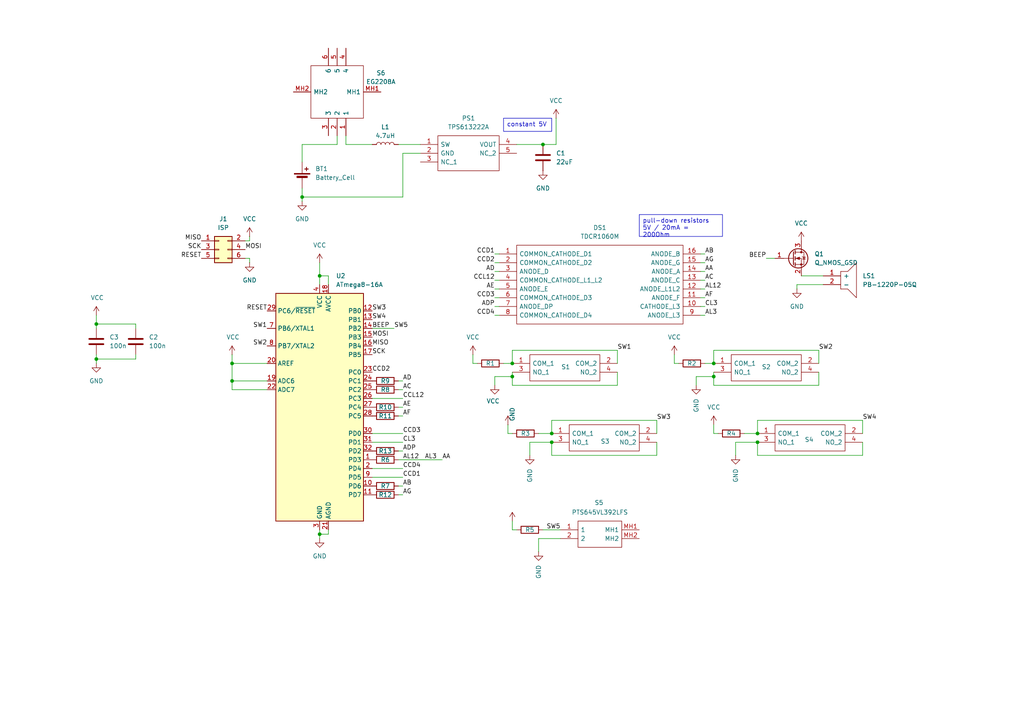
<source format=kicad_sch>
(kicad_sch (version 20231120) (generator "eeschema") (generator_version "8.0")
  (paper "A4")
  (title_block (title "The Universal Counter") (date "2024-09-20") (rev "1.0"))
  (lib_symbols
    (symbol "Connector_Generic:Conn_02x03_Odd_Even" (pin_names (offset 1.016) hide)
      (property "Reference" "J" (at 1.27 5.08 0))
      (property "Value" "Conn_02x03_Odd_Even" (at 1.27 -5.08 0))
      (symbol "Conn_02x03_Odd_Even_1_1"
        (rectangle (start -1.27 -2.413) (end 0 -2.667) (stroke (width 0.1524)))
        (rectangle (start -1.27 0.127) (end 0 -0.127) (stroke (width 0.1524)))
        (rectangle (start -1.27 2.667) (end 0 2.413) (stroke (width 0.1524)))
        (rectangle (start -1.27 3.81) (end 3.81 -3.81) (stroke (width 0.254)) (fill (type background)))
        (rectangle (start 3.81 -2.413) (end 2.54 -2.667) (stroke (width 0.1524)))
        (rectangle (start 3.81 0.127) (end 2.54 -0.127) (stroke (width 0.1524)))
        (rectangle (start 3.81 2.667) (end 2.54 2.413) (stroke (width 0.1524)))
        (pin passive line (at -5.08 2.54 0) (length 3.81) (name "Pin_1") (number "1"))
        (pin passive line (at 7.62 2.54 180) (length 3.81) (name "Pin_2") (number "2"))
        (pin passive line (at -5.08 0 0) (length 3.81) (name "Pin_3") (number "3"))
        (pin passive line (at 7.62 0 180) (length 3.81) (name "Pin_4") (number "4"))
        (pin passive line (at -5.08 -2.54 0) (length 3.81) (name "Pin_5") (number "5"))
        (pin passive line (at 7.62 -2.54 180) (length 3.81) (name "Pin_6") (number "6"))
      )
    )
    (symbol "Device:Battery_Cell" (pin_numbers hide) (pin_names (offset 0) hide)
      (property "Reference" "BT" (at 2.54 2.54 0))
      (property "Value" "Battery_Cell" (at 2.54 0 0))
      (symbol "Battery_Cell_0_1"
        (rectangle (start -2.286 1.778) (end 2.286 1.524) (fill (type outline)))
        (rectangle (start -1.524 1.016) (end 1.524 0.508) (fill (type outline)))
        (polyline (pts (xy 0 0.762) (xy 0 0)))
        (polyline (pts (xy 0 1.778) (xy 0 2.54)))
        (polyline (pts (xy 0.762 3.048) (xy 1.778 3.048)) (stroke (width 0.254)))
        (polyline (pts (xy 1.27 3.556) (xy 1.27 2.54)) (stroke (width 0.254)))
      )
      (symbol "Battery_Cell_1_1"
        (pin passive line (at 0 5.08 270) (length 2.54) (name "+") (number "1"))
        (pin passive line (at 0 -2.54 90) (length 2.54) (name "-") (number "2"))
      )
    )
    (symbol "Device:C" (pin_numbers hide) (pin_names (offset 0.254))
      (property "Reference" "C" (at 0.635 2.54 0))
      (property "Value" "C" (at 0.635 -2.54 0))
      (symbol "C_0_1"
        (polyline (pts (xy -2.032 -0.762) (xy 2.032 -0.762)) (stroke (width 0.508)))
        (polyline (pts (xy -2.032 0.762) (xy 2.032 0.762)) (stroke (width 0.508)))
      )
      (symbol "C_1_1"
        (pin passive line (at 0 3.81 270) (length 2.794) (name "~") (number "1"))
        (pin passive line (at 0 -3.81 90) (length 2.794) (name "~") (number "2"))
      )
    )
    (symbol "Device:L" (pin_numbers hide) (pin_names (offset 1.016) hide)
      (property "Reference" "L" (at -1.27 0 90))
      (property "Value" "L" (at 1.905 0 90))
      (symbol "L_0_1"
        (arc (start 0 -2.54) (mid 0.6323 -1.905) (end 0 -1.27))
        (arc (start 0 -1.27) (mid 0.6323 -0.635) (end 0 0))
        (arc (start 0 0) (mid 0.6323 0.635) (end 0 1.27))
        (arc (start 0 1.27) (mid 0.6323 1.905) (end 0 2.54))
      )
      (symbol "L_1_1"
        (pin passive line (at 0 3.81 270) (length 1.27) (name "1") (number "1"))
        (pin passive line (at 0 -3.81 90) (length 1.27) (name "2") (number "2"))
      )
    )
    (symbol "Device:Q_NMOS_GSD" (pin_names (offset 0) hide)
      (property "Reference" "Q" (at 5.08 1.27 0))
      (property "Value" "Q_NMOS_GSD" (at 5.08 -1.27 0))
      (symbol "Q_NMOS_GSD_0_1"
        (polyline (pts (xy 0.254 0) (xy -2.54 0)))
        (polyline (pts (xy 0.254 1.905) (xy 0.254 -1.905)) (stroke (width 0.254)))
        (polyline (pts (xy 0.762 -1.27) (xy 0.762 -2.286)) (stroke (width 0.254)))
        (polyline (pts (xy 0.762 0.508) (xy 0.762 -0.508)) (stroke (width 0.254)))
        (polyline (pts (xy 0.762 2.286) (xy 0.762 1.27)) (stroke (width 0.254)))
        (polyline (pts (xy 2.54 2.54) (xy 2.54 1.778)))
        (polyline (pts (xy 2.54 -2.54) (xy 2.54 0) (xy 0.762 0)))
        (polyline (pts (xy 0.762 -1.778) (xy 3.302 -1.778) (xy 3.302 1.778) (xy 0.762 1.778)))
        (polyline (pts (xy 1.016 0) (xy 2.032 0.381) (xy 2.032 -0.381) (xy 1.016 0)) (fill (type outline)))
        (polyline (pts (xy 2.794 0.508) (xy 2.921 0.381) (xy 3.683 0.381) (xy 3.81 0.254)))
        (polyline (pts (xy 3.302 0.381) (xy 2.921 -0.254) (xy 3.683 -0.254) (xy 3.302 0.381)))
        (circle (center 1.651 0) (radius 2.794) (stroke (width 0.254)))
        (circle (center 2.54 -1.778) (radius 0.254) (fill (type outline)))
        (circle (center 2.54 1.778) (radius 0.254) (fill (type outline)))
      )
      (symbol "Q_NMOS_GSD_1_1"
        (pin input line (at -5.08 0 0) (length 2.54) (name "G") (number "1"))
        (pin passive line (at 2.54 -5.08 90) (length 2.54) (name "S") (number "2"))
        (pin passive line (at 2.54 5.08 270) (length 2.54) (name "D") (number "3"))
      )
    )
    (symbol "Device:R" (pin_numbers hide) (pin_names (offset 0))
      (property "Reference" "R" (at 2.032 0 90))
      (property "Value" "R" (at 0 0 90))
      (symbol "R_0_1"
        (rectangle (start -1.016 -2.54) (end 1.016 2.54) (stroke (width 0.254)))
      )
      (symbol "R_1_1"
        (pin passive line (at 0 3.81 270) (length 1.27) (name "~") (number "1"))
        (pin passive line (at 0 -3.81 90) (length 1.27) (name "~") (number "2"))
      )
    )
    (symbol "MCU_Microchip_ATmega:ATmega8-16A"
      (property "Reference" "U" (at -12.7 34.29 0))
      (property "Value" "ATmega8-16A" (at 5.08 -34.29 0))
      (symbol "ATmega8-16A_0_1"
        (rectangle (start -12.7 -33.02) (end 12.7 33.02) (stroke (width 0.254)) (fill (type background)))
      )
      (symbol "ATmega8-16A_1_1"
        (pin bidirectional line (at 15.24 -15.24 180) (length 2.54) (name "PD3") (number "1"))
        (pin bidirectional line (at 15.24 -22.86 180) (length 2.54) (name "PD6") (number "10"))
        (pin bidirectional line (at 15.24 -25.4 180) (length 2.54) (name "PD7") (number "11"))
        (pin bidirectional line (at 15.24 27.94 180) (length 2.54) (name "PB0") (number "12"))
        (pin bidirectional line (at 15.24 25.4 180) (length 2.54) (name "PB1") (number "13"))
        (pin bidirectional line (at 15.24 22.86 180) (length 2.54) (name "PB2") (number "14"))
        (pin bidirectional line (at 15.24 20.32 180) (length 2.54) (name "PB3") (number "15"))
        (pin bidirectional line (at 15.24 17.78 180) (length 2.54) (name "PB4") (number "16"))
        (pin bidirectional line (at 15.24 15.24 180) (length 2.54) (name "PB5") (number "17"))
        (pin power_in line (at 2.54 35.56 270) (length 2.54) (name "AVCC") (number "18"))
        (pin input line (at -15.24 7.62 0) (length 2.54) (name "ADC6") (number "19"))
        (pin bidirectional line (at 15.24 -17.78 180) (length 2.54) (name "PD4") (number "2"))
        (pin passive line (at -15.24 12.7 0) (length 2.54) (name "AREF") (number "20"))
        (pin power_in line (at 2.54 -35.56 90) (length 2.54) (name "AGND") (number "21"))
        (pin input line (at -15.24 5.08 0) (length 2.54) (name "ADC7") (number "22"))
        (pin bidirectional line (at 15.24 10.16 180) (length 2.54) (name "PC0") (number "23"))
        (pin bidirectional line (at 15.24 7.62 180) (length 2.54) (name "PC1") (number "24"))
        (pin bidirectional line (at 15.24 5.08 180) (length 2.54) (name "PC2") (number "25"))
        (pin bidirectional line (at 15.24 2.54 180) (length 2.54) (name "PC3") (number "26"))
        (pin bidirectional line (at 15.24 0 180) (length 2.54) (name "PC4") (number "27"))
        (pin bidirectional line (at 15.24 -2.54 180) (length 2.54) (name "PC5") (number "28"))
        (pin bidirectional line (at -15.24 27.94 0) (length 2.54) (name "PC6/~{RESET}") (number "29"))
        (pin power_in line (at 0 -35.56 90) (length 2.54) (name "GND") (number "3"))
        (pin bidirectional line (at 15.24 -7.62 180) (length 2.54) (name "PD0") (number "30"))
        (pin bidirectional line (at 15.24 -10.16 180) (length 2.54) (name "PD1") (number "31"))
        (pin bidirectional line (at 15.24 -12.7 180) (length 2.54) (name "PD2") (number "32"))
        (pin power_in line (at 0 35.56 270) (length 2.54) (name "VCC") (number "4"))
        (pin passive line (at 0 -35.56 90) (length 2.54) hide (name "GND") (number "5"))
        (pin passive line (at 0 35.56 270) (length 2.54) hide (name "VCC") (number "6"))
        (pin bidirectional line (at -15.24 22.86 0) (length 2.54) (name "PB6/XTAL1") (number "7"))
        (pin bidirectional line (at -15.24 17.78 0) (length 2.54) (name "PB7/XTAL2") (number "8"))
        (pin bidirectional line (at 15.24 -20.32 180) (length 2.54) (name "PD5") (number "9"))
      )
    )
    (symbol "MyLibrary:EG2208A" (pin_names (offset 0.762))
      (property "Reference" "S" (at 21.59 12.7 0))
      (property "Value" "EG2208A" (at 21.59 10.16 0))
      (symbol "EG2208A_0_0"
        (pin passive line (at 10.16 12.7 270) (length 5.08) (name "1") (number "1"))
        (pin passive line (at 12.7 12.7 270) (length 5.08) (name "2") (number "2"))
        (pin passive line (at 15.24 12.7 270) (length 5.08) (name "3") (number "3"))
        (pin passive line (at 10.16 -12.7 90) (length 5.08) (name "4") (number "4"))
        (pin passive line (at 12.7 -12.7 90) (length 5.08) (name "5") (number "5"))
        (pin passive line (at 15.24 -12.7 90) (length 5.08) (name "6") (number "6"))
        (pin passive line (at 0 0 0) (length 5.08) (name "MH1") (number "MH1"))
        (pin passive line (at 25.4 0 180) (length 5.08) (name "MH2") (number "MH2"))
      )
      (symbol "EG2208A_0_1"
        (polyline (pts (xy 5.08 7.62) (xy 20.32 7.62) (xy 20.32 -7.62) (xy 5.08 -7.62) (xy 5.08 7.62)) (stroke (width 0.1524)))
      )
    )
    (symbol "MyLibrary:FSM6JH" (pin_names (offset 0.762))
      (property "Reference" "S" (at 26.67 7.62 0))
      (property "Value" "FSM6JH" (at 26.67 5.08 0))
      (symbol "FSM6JH_0_0"
        (pin passive line (at 30.48 -2.54 180) (length 5.08) (name "COM_1") (number "1"))
        (pin passive line (at 0 -2.54 0) (length 5.08) (name "COM_2") (number "2"))
        (pin passive line (at 30.48 0 180) (length 5.08) (name "NO_1") (number "3"))
        (pin passive line (at 0 0 0) (length 5.08) (name "NO_2") (number "4"))
      )
      (symbol "FSM6JH_0_1"
        (polyline (pts (xy 5.08 2.54) (xy 25.4 2.54) (xy 25.4 -5.08) (xy 5.08 -5.08) (xy 5.08 2.54)) (stroke (width 0.1524)))
      )
    )
    (symbol "MyLibrary:PB-1220P-05Q" (pin_names (offset 0.762))
      (property "Reference" "LS" (at 11.43 0 0))
      (property "Value" "PB-1220P-05Q" (at 11.43 -2.54 0))
      (symbol "PB-1220P-05Q_0_0"
        (pin passive line (at 0 0 0) (length 5.08) (name "+") (number "1"))
        (pin passive line (at 0 -2.54 0) (length 5.08) (name "-") (number "2"))
      )
      (symbol "PB-1220P-05Q_0_1"
        (polyline (pts (xy 5.08 1.27) (xy 5.08 -3.81)) (stroke (width 0.1524)))
        (polyline (pts (xy 5.08 1.27) (xy 7.112 1.27) (xy 9.652 3.81) (xy 9.652 -6.35) (xy 7.112 -3.81) (xy 5.08 -3.81)) (stroke (width 0.1524)))
      )
    )
    (symbol "MyLibrary:PTS645VL392LFS" (pin_names (offset 0.762))
      (property "Reference" "S" (at 19.05 7.62 0))
      (property "Value" "PTS645VL392LFS" (at 19.05 5.08 0))
      (symbol "PTS645VL392LFS_0_0"
        (pin passive line (at 0 0 0) (length 5.08) (name "1") (number "1"))
        (pin passive line (at 0 -2.54 0) (length 5.08) (name "2") (number "2"))
        (pin passive line (at 22.86 0 180) (length 5.08) (name "MH1") (number "MH1"))
        (pin passive line (at 22.86 -2.54 180) (length 5.08) (name "MH2") (number "MH2"))
      )
      (symbol "PTS645VL392LFS_0_1"
        (polyline (pts (xy 5.08 2.54) (xy 17.78 2.54) (xy 17.78 -5.08) (xy 5.08 -5.08) (xy 5.08 2.54)) (stroke (width 0.1524)))
      )
    )
    (symbol "MyLibrary:TDCR1060M" (pin_names (offset 0.762))
      (property "Reference" "DS" (at 54.61 7.62 0))
      (property "Value" "TDCR1060M" (at 54.61 5.08 0))
      (symbol "TDCR1060M_0_0"
        (pin passive line (at 0 0 0) (length 5.08) (name "COMMON_CATHODE_D1") (number "1"))
        (pin passive line (at 58.42 -15.24 180) (length 5.08) (name "CATHODE_L3") (number "10"))
        (pin passive line (at 58.42 -12.7 180) (length 5.08) (name "ANODE_F") (number "11"))
        (pin passive line (at 58.42 -10.16 180) (length 5.08) (name "ANODE_L1L2") (number "12"))
        (pin passive line (at 58.42 -7.62 180) (length 5.08) (name "ANODE_C") (number "13"))
        (pin passive line (at 58.42 -5.08 180) (length 5.08) (name "ANODE_A") (number "14"))
        (pin passive line (at 58.42 -2.54 180) (length 5.08) (name "ANODE_G") (number "15"))
        (pin passive line (at 58.42 0 180) (length 5.08) (name "ANODE_B") (number "16"))
        (pin passive line (at 0 -2.54 0) (length 5.08) (name "COMMON_CATHODE_D2") (number "2"))
        (pin passive line (at 0 -5.08 0) (length 5.08) (name "ANODE_D") (number "3"))
        (pin passive line (at 0 -7.62 0) (length 5.08) (name "COMMON_CATHODE_L1_L2") (number "4"))
        (pin passive line (at 0 -10.16 0) (length 5.08) (name "ANODE_E") (number "5"))
        (pin passive line (at 0 -12.7 0) (length 5.08) (name "COMMON_CATHODE_D3") (number "6"))
        (pin passive line (at 0 -15.24 0) (length 5.08) (name "ANODE_DP") (number "7"))
        (pin passive line (at 0 -17.78 0) (length 5.08) (name "COMMON_CATHODE_D4") (number "8"))
        (pin passive line (at 58.42 -17.78 180) (length 5.08) (name "ANODE_L3") (number "9"))
      )
      (symbol "TDCR1060M_0_1"
        (polyline (pts (xy 5.08 2.54) (xy 53.34 2.54) (xy 53.34 -20.32) (xy 5.08 -20.32) (xy 5.08 2.54)) (stroke (width 0.1524)))
      )
    )
    (symbol "MyLibrary:TPS613221ADBVR" (pin_names (offset 0.762))
      (property "Reference" "PS" (at 24.13 7.62 0))
      (property "Value" "TPS613221ADBVR" (at 24.13 5.08 0))
      (symbol "TPS613221ADBVR_0_0"
        (pin input line (at 0 0 0) (length 5.08) (name "SW") (number "1"))
        (pin power_in line (at 0 -2.54 0) (length 5.08) (name "GND") (number "2"))
        (pin passive line (at 0 -5.08 0) (length 5.08) (name "NC_1") (number "3"))
        (pin output line (at 27.94 0 180) (length 5.08) (name "VOUT") (number "4"))
        (pin passive line (at 27.94 -2.54 180) (length 5.08) (name "NC_2") (number "5"))
      )
      (symbol "TPS613221ADBVR_0_1"
        (polyline (pts (xy 5.08 2.54) (xy 22.86 2.54) (xy 22.86 -7.62) (xy 5.08 -7.62) (xy 5.08 2.54)) (stroke (width 0.1524)))
      )
    )
    (symbol "power:GND" (power) (pin_numbers hide) (pin_names (offset 0) hide)
      (property "Value" "GND" (at 0 -3.81 0))
      (symbol "GND_0_1"
        (polyline (pts (xy 0 0) (xy 0 -1.27) (xy 1.27 -1.27) (xy 0 -2.54) (xy -1.27 -1.27) (xy 0 -1.27)))
      )
      (symbol "GND_1_1"
        (pin power_in line (at 0 0 270) (length 0) (name "~") (number "1"))
      )
    )
    (symbol "power:VCC" (power) (pin_numbers hide) (pin_names (offset 0) hide)
      (property "Value" "VCC" (at 0 3.556 0))
      (symbol "VCC_0_1"
        (polyline (pts (xy -0.762 1.27) (xy 0 2.54)))
        (polyline (pts (xy 0 0) (xy 0 2.54)))
        (polyline (pts (xy 0 2.54) (xy 0.762 1.27)))
      )
      (symbol "VCC_1_1"
        (pin power_in line (at 0 0 90) (length 0) (name "~") (number "1"))
      )
    )
  )
  (junction (at 207.01 105.41))
  (junction (at 148.59 105.41))
  (junction (at 87.63 57.15))
  (junction (at 67.31 110.49))
  (junction (at 92.71 154.94))
  (junction (at 160.02 125.73))
  (junction (at 219.71 128.27))
  (junction (at 92.71 80.01))
  (junction (at 207.01 109.22))
  (junction (at 27.94 104.14))
  (junction (at 148.59 109.22))
  (junction (at 160.02 128.27))
  (junction (at 219.71 125.73))
  (junction (at 27.94 93.98))
  (junction (at 157.48 41.91))
  (junction (at 67.31 105.41))
  (wire (pts (xy 116.84 44.45) (xy 121.92 44.45)))
  (wire (pts (xy 143.51 91.44) (xy 144.78 91.44)))
  (wire (pts (xy 97.79 41.91) (xy 97.79 39.37)))
  (wire (pts (xy 213.36 128.27) (xy 213.36 132.08)))
  (wire (pts (xy 156.21 156.21) (xy 162.56 156.21)))
  (wire (pts (xy 116.84 138.43) (xy 107.95 138.43)))
  (wire (pts (xy 204.47 73.66) (xy 203.2 73.66)))
  (wire (pts (xy 147.32 123.19) (xy 147.32 125.73)))
  (wire (pts (xy 92.71 76.2) (xy 92.71 80.01)))
  (wire (pts (xy 219.71 125.73) (xy 219.71 121.92)))
  (wire (pts (xy 195.58 102.87) (xy 195.58 105.41)))
  (wire (pts (xy 219.71 132.08) (xy 219.71 128.27)))
  (wire (pts (xy 27.94 91.44) (xy 27.94 93.98)))
  (wire (pts (xy 143.51 83.82) (xy 144.78 83.82)))
  (wire (pts (xy 160.02 121.92) (xy 160.02 125.73)))
  (wire (pts (xy 92.71 154.94) (xy 92.71 153.67)))
  (wire (pts (xy 207.01 101.6) (xy 237.49 101.6)))
  (wire (pts (xy 115.57 143.51) (xy 116.84 143.51)))
  (wire (pts (xy 146.05 105.41) (xy 148.59 105.41)))
  (wire (pts (xy 92.71 80.01) (xy 95.25 80.01)))
  (wire (pts (xy 100.33 41.91) (xy 107.95 41.91)))
  (wire (pts (xy 115.57 118.11) (xy 116.84 118.11)))
  (wire (pts (xy 116.84 115.57) (xy 107.95 115.57)))
  (wire (pts (xy 222.25 74.93) (xy 224.79 74.93)))
  (wire (pts (xy 204.47 81.28) (xy 203.2 81.28)))
  (wire (pts (xy 115.57 120.65) (xy 116.84 120.65)))
  (wire (pts (xy 39.37 104.14) (xy 39.37 102.87)))
  (wire (pts (xy 148.59 111.76) (xy 179.07 111.76)))
  (wire (pts (xy 148.59 109.22) (xy 148.59 111.76)))
  (wire (pts (xy 143.51 88.9) (xy 144.78 88.9)))
  (wire (pts (xy 207.01 111.76) (xy 207.01 109.22)))
  (wire (pts (xy 238.76 80.01) (xy 232.41 80.01)))
  (wire (pts (xy 190.5 121.92) (xy 160.02 121.92)))
  (wire (pts (xy 27.94 105.41) (xy 27.94 104.14)))
  (wire (pts (xy 148.59 153.67) (xy 149.86 153.67)))
  (wire (pts (xy 92.71 156.21) (xy 92.71 154.94)))
  (wire (pts (xy 67.31 110.49) (xy 77.47 110.49)))
  (wire (pts (xy 215.9 125.73) (xy 219.71 125.73)))
  (wire (pts (xy 160.02 128.27) (xy 160.02 132.08)))
  (wire (pts (xy 153.67 128.27) (xy 160.02 128.27)))
  (wire (pts (xy 143.51 73.66) (xy 144.78 73.66)))
  (wire (pts (xy 87.63 54.61) (xy 87.63 57.15)))
  (wire (pts (xy 231.14 83.82) (xy 231.14 82.55)))
  (wire (pts (xy 207.01 109.22) (xy 207.01 107.95)))
  (wire (pts (xy 204.47 91.44) (xy 203.2 91.44)))
  (wire (pts (xy 204.47 88.9) (xy 203.2 88.9)))
  (wire (pts (xy 148.59 151.13) (xy 148.59 153.67)))
  (wire (pts (xy 195.58 105.41) (xy 196.85 105.41)))
  (wire (pts (xy 67.31 113.03) (xy 67.31 110.49)))
  (wire (pts (xy 204.47 86.36) (xy 203.2 86.36)))
  (wire (pts (xy 219.71 121.92) (xy 250.19 121.92)))
  (wire (pts (xy 237.49 101.6) (xy 237.49 105.41)))
  (wire (pts (xy 157.48 153.67) (xy 162.56 153.67)))
  (wire (pts (xy 87.63 57.15) (xy 116.84 57.15)))
  (wire (pts (xy 27.94 104.14) (xy 27.94 102.87)))
  (wire (pts (xy 115.57 110.49) (xy 116.84 110.49)))
  (wire (pts (xy 95.25 80.01) (xy 95.25 82.55)))
  (wire (pts (xy 137.16 102.87) (xy 137.16 105.41)))
  (wire (pts (xy 67.31 105.41) (xy 67.31 110.49)))
  (wire (pts (xy 204.47 76.2) (xy 203.2 76.2)))
  (wire (pts (xy 95.25 153.67) (xy 95.25 154.94)))
  (wire (pts (xy 201.93 109.22) (xy 207.01 109.22)))
  (wire (pts (xy 250.19 128.27) (xy 250.19 132.08)))
  (wire (pts (xy 179.07 101.6) (xy 148.59 101.6)))
  (wire (pts (xy 77.47 113.03) (xy 67.31 113.03)))
  (wire (pts (xy 250.19 121.92) (xy 250.19 125.73)))
  (wire (pts (xy 107.95 128.27) (xy 116.84 128.27)))
  (wire (pts (xy 147.32 125.73) (xy 148.59 125.73)))
  (wire (pts (xy 92.71 80.01) (xy 92.71 82.55)))
  (wire (pts (xy 100.33 41.91) (xy 100.33 39.37)))
  (wire (pts (xy 179.07 105.41) (xy 179.07 101.6)))
  (wire (pts (xy 115.57 130.81) (xy 116.84 130.81)))
  (wire (pts (xy 115.57 41.91) (xy 121.92 41.91)))
  (wire (pts (xy 72.39 69.85) (xy 72.39 68.58)))
  (wire (pts (xy 39.37 95.25) (xy 39.37 93.98)))
  (wire (pts (xy 27.94 93.98) (xy 27.94 95.25)))
  (wire (pts (xy 72.39 76.2) (xy 72.39 74.93)))
  (wire (pts (xy 143.51 109.22) (xy 143.51 111.76)))
  (wire (pts (xy 95.25 154.94) (xy 92.71 154.94)))
  (wire (pts (xy 190.5 132.08) (xy 190.5 128.27)))
  (wire (pts (xy 204.47 105.41) (xy 207.01 105.41)))
  (wire (pts (xy 107.95 95.25) (xy 114.3 95.25)))
  (wire (pts (xy 149.86 41.91) (xy 157.48 41.91)))
  (wire (pts (xy 87.63 57.15) (xy 87.63 58.42)))
  (wire (pts (xy 143.51 86.36) (xy 144.78 86.36)))
  (wire (pts (xy 207.01 105.41) (xy 207.01 101.6)))
  (wire (pts (xy 160.02 132.08) (xy 190.5 132.08)))
  (wire (pts (xy 87.63 41.91) (xy 87.63 46.99)))
  (wire (pts (xy 207.01 125.73) (xy 208.28 125.73)))
  (wire (pts (xy 156.21 125.73) (xy 160.02 125.73)))
  (wire (pts (xy 148.59 101.6) (xy 148.59 105.41)))
  (wire (pts (xy 179.07 107.95) (xy 179.07 111.76)))
  (wire (pts (xy 207.01 123.19) (xy 207.01 125.73)))
  (wire (pts (xy 72.39 74.93) (xy 71.12 74.93)))
  (wire (pts (xy 143.51 81.28) (xy 144.78 81.28)))
  (wire (pts (xy 153.67 128.27) (xy 153.67 132.08)))
  (wire (pts (xy 143.51 78.74) (xy 144.78 78.74)))
  (wire (pts (xy 143.51 109.22) (xy 148.59 109.22)))
  (wire (pts (xy 201.93 109.22) (xy 201.93 111.76)))
  (wire (pts (xy 116.84 135.89) (xy 107.95 135.89)))
  (wire (pts (xy 67.31 102.87) (xy 67.31 105.41)))
  (wire (pts (xy 67.31 105.41) (xy 77.47 105.41)))
  (wire (pts (xy 231.14 82.55) (xy 238.76 82.55)))
  (wire (pts (xy 204.47 78.74) (xy 203.2 78.74)))
  (wire (pts (xy 115.57 113.03) (xy 116.84 113.03)))
  (wire (pts (xy 157.48 41.91) (xy 161.29 41.91)))
  (wire (pts (xy 116.84 57.15) (xy 116.84 44.45)))
  (wire (pts (xy 204.47 83.82) (xy 203.2 83.82)))
  (wire (pts (xy 161.29 34.29) (xy 161.29 41.91)))
  (wire (pts (xy 107.95 125.73) (xy 116.84 125.73)))
  (wire (pts (xy 27.94 93.98) (xy 39.37 93.98)))
  (wire (pts (xy 148.59 107.95) (xy 148.59 109.22)))
  (wire (pts (xy 115.57 140.97) (xy 116.84 140.97)))
  (wire (pts (xy 190.5 125.73) (xy 190.5 121.92)))
  (wire (pts (xy 156.21 156.21) (xy 156.21 160.02)))
  (wire (pts (xy 213.36 128.27) (xy 219.71 128.27)))
  (wire (pts (xy 71.12 69.85) (xy 72.39 69.85)))
  (wire (pts (xy 87.63 41.91) (xy 97.79 41.91)))
  (wire (pts (xy 237.49 111.76) (xy 207.01 111.76)))
  (wire (pts (xy 137.16 105.41) (xy 138.43 105.41)))
  (wire (pts (xy 143.51 76.2) (xy 144.78 76.2)))
  (wire (pts (xy 250.19 132.08) (xy 219.71 132.08)))
  (wire (pts (xy 115.57 133.35) (xy 128.27 133.35)))
  (wire (pts (xy 237.49 107.95) (xy 237.49 111.76)))
  (wire (pts (xy 27.94 104.14) (xy 39.37 104.14)))
  (text_box "constant 5V" (at 146.05 34.29 0) (size 13.97 3.81) (effects (font (size 1.27 1.27)) (justify left top)))
  (text_box "pull-down resistors\n5V / 20mA = 200Ohm\n" (at 185.42 62.23 0) (size 24.13 6.35) (effects (font (size 1.27 1.27)) (justify left top)))
  (label "AA" (at 204.47 78.74 0))
  (label "AL3" (at 204.47 91.44 0))
  (label "SW2" (at 237.49 101.6 0))
  (label "SW5" (at 162.56 153.67 180))
  (label "SCK" (at 107.95 102.87 0))
  (label "SW4" (at 250.19 121.92 0))
  (label "AA" (at 128.27 133.35 0))
  (label "CCD2" (at 143.51 76.2 180))
  (label "AE" (at 116.84 118.11 0))
  (label "SW1" (at 77.47 95.25 180))
  (label "SW3" (at 107.95 90.17 0))
  (label "RESET" (at 58.42 74.93 180))
  (label "AE" (at 143.51 83.82 180))
  (label "AL12" (at 116.84 133.35 0))
  (label "CCL12" (at 143.51 81.28 180))
  (label "CL3" (at 116.84 128.27 0))
  (label "BEEP" (at 107.95 95.25 0))
  (label "SCK" (at 58.42 72.39 180))
  (label "AL3" (at 123.19 133.35 0))
  (label "AB" (at 116.84 140.97 0))
  (label "MISO" (at 107.95 100.33 0))
  (label "BEEP" (at 222.25 74.93 180))
  (label "SW1" (at 179.07 101.6 0))
  (label "AD" (at 143.51 78.74 180))
  (label "AC" (at 116.84 113.03 0))
  (label "AF" (at 204.47 86.36 0))
  (label "AG" (at 204.47 76.2 0))
  (label "AL12" (at 204.47 83.82 0))
  (label "RESET" (at 77.47 90.17 180))
  (label "CCD2" (at 107.95 107.95 0))
  (label "AG" (at 116.84 143.51 0))
  (label "ADP" (at 143.51 88.9 180))
  (label "CL3" (at 204.47 88.9 0))
  (label "AD" (at 116.84 110.49 0))
  (label "AC" (at 204.47 81.28 0))
  (label "MOSI" (at 71.12 72.39 0))
  (label "MOSI" (at 107.95 97.79 0))
  (label "AF" (at 116.84 120.65 0))
  (label "ADP" (at 116.84 130.81 0))
  (label "AB" (at 204.47 73.66 0))
  (label "MISO" (at 58.42 69.85 180))
  (label "SW3" (at 190.5 121.92 0))
  (label "CCL12" (at 116.84 115.57 0))
  (label "CCD1" (at 116.84 138.43 0))
  (label "CCD3" (at 143.51 86.36 180))
  (label "CCD4" (at 116.84 135.89 0))
  (label "SW5" (at 114.3 95.25 0))
  (label "CCD1" (at 143.51 73.66 180))
  (label "CCD3" (at 116.84 125.73 0))
  (label "CCD4" (at 143.51 91.44 180))
  (label "SW4" (at 107.95 92.71 0))
  (label "SW2" (at 77.47 100.33 180))
  (symbol (lib_id "MyLibrary:FSM6JH") (at 237.49 107.95 180) (unit 1)
    (property "Reference" "S2" (at 222.25 106.426 0))
    (property "Value" "FSM6JH" (effects (hide yes)))
    (property "Footprint" "FSM6JH" (effects (hide yes)))
    (property "Datasheet" "https://componentsearchengine.com/Datasheets/1/FSM6JH.pdf" (effects (hide yes)))
    (property "Description" "Tactile Switches SPST OFF-(ON) Round pushbutton" (effects (hide yes)))
    (property "Height" "7" (effects (hide yes)))
    (property "Mouser Part Number" "506-FSM6JH" (effects (hide yes)))
    (property "Mouser Price/Stock" "https://www.mouser.co.uk/ProductDetail/TE-Connectivity-PB/FSM6JH?qs=g%252BEszo6zu8NIk5JBdIFPPA%3D%3D" (effects (hide yes)))
    (property "Manufacturer_Name" "TE Connectivity" (effects (hide yes)))
    (property "Manufacturer_Part_Number" "FSM6JH" (effects (hide yes)))
  )
  (symbol (lib_id "power:GND") (at 157.48 49.53 0) (unit 1)
    (property "Reference" "#PWR09" (effects (hide yes)))
    (property "Value" "GND" (at 157.48 54.61 0))
    (property "Description" "Power symbol creates a global label with name \"GND\" , ground" (effects (hide yes)))
  )
  (symbol (lib_id "Device:R") (at 111.76 130.81 90) (unit 1)
    (property "Reference" "R13" (at 111.76 130.81 90))
    (property "Value" "200" (effects (hide yes)))
    (property "Footprint" "Resistor_SMD:R_0603_1608Metric_Pad0.98x0.95mm_HandSolder" (effects (hide yes)))
    (property "Description" "Resistor" (effects (hide yes)))
  )
  (symbol (lib_id "power:GND") (at 72.39 76.2 0) (unit 1)
    (property "Reference" "#PWR012" (effects (hide yes)))
    (property "Value" "GND" (at 72.39 81.28 0))
    (property "Description" "Power symbol creates a global label with name \"GND\" , ground" (effects (hide yes)))
  )
  (symbol (lib_id "MyLibrary:FSM6JH") (at 179.07 107.95 180) (unit 1)
    (property "Reference" "S1" (at 164.084 106.426 0))
    (property "Value" "FSM6JH" (effects (hide yes)))
    (property "Footprint" "FSM6JH" (effects (hide yes)))
    (property "Datasheet" "https://componentsearchengine.com/Datasheets/1/FSM6JH.pdf" (effects (hide yes)))
    (property "Description" "Tactile Switches SPST OFF-(ON) Round pushbutton" (effects (hide yes)))
    (property "Height" "7" (effects (hide yes)))
    (property "Mouser Part Number" "506-FSM6JH" (effects (hide yes)))
    (property "Mouser Price/Stock" "https://www.mouser.co.uk/ProductDetail/TE-Connectivity-PB/FSM6JH?qs=g%252BEszo6zu8NIk5JBdIFPPA%3D%3D" (effects (hide yes)))
    (property "Manufacturer_Name" "TE Connectivity" (effects (hide yes)))
    (property "Manufacturer_Part_Number" "FSM6JH" (effects (hide yes)))
  )
  (symbol (lib_id "Device:R") (at 212.09 125.73 90) (unit 1)
    (property "Reference" "R4" (at 212.09 125.73 90))
    (property "Value" "1k" (effects (hide yes)))
    (property "Footprint" "Resistor_SMD:R_0603_1608Metric_Pad0.98x0.95mm_HandSolder" (effects (hide yes)))
    (property "Description" "Resistor" (effects (hide yes)))
  )
  (symbol (lib_id "Device:R") (at 111.76 120.65 90) (unit 1)
    (property "Reference" "R11" (at 111.76 120.65 90))
    (property "Value" "200" (effects (hide yes)))
    (property "Footprint" "Resistor_SMD:R_0603_1608Metric_Pad0.98x0.95mm_HandSolder" (effects (hide yes)))
    (property "Description" "Resistor" (effects (hide yes)))
  )
  (symbol (lib_id "power:GND") (at 27.94 105.41 0) (unit 1)
    (property "Reference" "#PWR026" (effects (hide yes)))
    (property "Value" "GND" (at 27.94 110.49 0))
    (property "Description" "Power symbol creates a global label with name \"GND\" , ground" (effects (hide yes)))
  )
  (symbol (lib_id "power:VCC") (at 67.31 102.87 0) (unit 1)
    (property "Reference" "#PWR011" (effects (hide yes)))
    (property "Value" "VCC" (at 67.564 97.79 0))
    (property "Description" "Power symbol creates a global label with name \"VCC\"" (effects (hide yes)))
  )
  (symbol (lib_id "power:VCC") (at 137.16 102.87 0) (unit 1)
    (property "Reference" "#PWR018" (effects (hide yes)))
    (property "Value" "VCC" (at 137.16 97.79 0))
    (property "Description" "Power symbol creates a global label with name \"VCC\"" (effects (hide yes)))
  )
  (symbol (lib_id "Device:R") (at 111.76 113.03 90) (unit 1)
    (property "Reference" "R8" (at 111.76 113.03 90))
    (property "Value" "200" (effects (hide yes)))
    (property "Footprint" "Resistor_SMD:R_0603_1608Metric_Pad0.98x0.95mm_HandSolder" (effects (hide yes)))
    (property "Description" "Resistor" (effects (hide yes)))
  )
  (symbol (lib_id "power:GND") (at 87.63 58.42 0) (unit 1)
    (property "Reference" "#PWR07" (effects (hide yes)))
    (property "Value" "GND" (at 87.63 63.5 0))
    (property "Description" "Power symbol creates a global label with name \"GND\" , ground" (effects (hide yes)))
  )
  (symbol (lib_id "Device:Q_NMOS_GSD") (at 229.87 74.93 0) (unit 1)
    (property "Reference" "Q1" (at 236.22 73.6599 0) (effects (justify left)))
    (property "Value" "Q_NMOS_GSD" (at 236.22 76.1999 0) (effects (justify left)))
    (property "Footprint" "Package_TO_SOT_SMD:TSOT-23_HandSoldering" (effects (hide yes)))
    (property "Description" "N-MOSFET transistor, gate/source/drain" (effects (hide yes)))
  )
  (symbol (lib_id "power:VCC") (at 92.71 76.2 0) (unit 1)
    (property "Reference" "#PWR010" (effects (hide yes)))
    (property "Value" "VCC" (at 92.71 71.12 0))
    (property "Description" "Power symbol creates a global label with name \"VCC\"" (effects (hide yes)))
  )
  (symbol (lib_id "power:VCC") (at 195.58 102.87 0) (unit 1)
    (property "Reference" "#PWR03" (effects (hide yes)))
    (property "Value" "VCC" (at 195.58 97.79 0))
    (property "Description" "Power symbol creates a global label with name \"VCC\"" (effects (hide yes)))
  )
  (symbol (lib_id "Device:R") (at 142.24 105.41 90) (unit 1)
    (property "Reference" "R1" (at 142.24 105.41 90))
    (property "Value" "1k" (effects (hide yes)))
    (property "Footprint" "Resistor_SMD:R_0603_1608Metric_Pad0.98x0.95mm_HandSolder" (effects (hide yes)))
    (property "Description" "Resistor" (effects (hide yes)))
  )
  (symbol (lib_id "power:VCC") (at 161.29 34.29 0) (unit 1)
    (property "Reference" "#PWR08" (effects (hide yes)))
    (property "Value" "VCC" (at 161.29 29.21 0))
    (property "Description" "Power symbol creates a global label with name \"VCC\"" (effects (hide yes)))
  )
  (symbol (lib_id "Connector_Generic:Conn_02x03_Odd_Even") (at 63.5 72.39 0) (unit 1)
    (property "Reference" "J1" (at 64.77 63.5 0))
    (property "Value" "ISP" (at 64.77 66.04 0))
    (property "Footprint" "Connector_PinHeader_2.54mm:PinHeader_2x03_P2.54mm_Vertical" (effects (hide yes)))
    (property "Description" "Generic connector, double row, 02x03, odd/even pin numbering scheme (row 1 odd numbers, row 2 even numbers), script generated (kicad-library-utils/schlib/autogen/connector/)" (effects (hide yes)))
  )
  (symbol (lib_id "Device:R") (at 153.67 153.67 90) (unit 1)
    (property "Reference" "R5" (at 153.67 153.67 90))
    (property "Value" "1k" (effects (hide yes)))
    (property "Footprint" "Resistor_SMD:R_0603_1608Metric_Pad0.98x0.95mm_HandSolder" (effects (hide yes)))
    (property "Description" "Resistor" (effects (hide yes)))
  )
  (symbol (lib_id "MyLibrary:TDCR1060M") (at 144.78 73.66 0) (unit 1)
    (property "Reference" "DS1" (at 173.99 66.04 0))
    (property "Value" "TDCR1060M" (at 173.99 68.58 0))
    (property "Footprint" "DIPS1016W50P254L4020H725Q16N" (effects (hide yes)))
    (property "Datasheet" "https://www.vishay.com/docs/83180/tdcx10x0m.pdf" (effects (hide yes)))
    (property "Description" "LED Displays & Accessories 4-Dig Red 4.0-6.0mcd Common Cathode" (effects (hide yes)))
    (property "Height" "7.25" (effects (hide yes)))
    (property "Mouser Part Number" "78-TDCR1060M" (effects (hide yes)))
    (property "Mouser Price/Stock" "https://www.mouser.co.uk/ProductDetail/Vishay-Semiconductors/TDCR1060M?qs=RzxYCzJDjPUXs69EkIPw9Q%3D%3D" (effects (hide yes)))
    (property "Manufacturer_Name" "Vishay" (effects (hide yes)))
    (property "Manufacturer_Part_Number" "TDCR1060M" (effects (hide yes)))
  )
  (symbol (lib_id "power:VCC") (at 207.01 123.19 0) (unit 1)
    (property "Reference" "#PWR05" (effects (hide yes)))
    (property "Value" "VCC" (at 207.01 118.11 0))
    (property "Description" "Power symbol creates a global label with name \"VCC\"" (effects (hide yes)))
  )
  (symbol (lib_id "power:VCC") (at 147.32 123.19 0) (unit 1)
    (property "Reference" "#PWR04" (effects (hide yes)))
    (property "Value" "VCC" (at 143.002 116.332 0))
    (property "Description" "Power symbol creates a global label with name \"VCC\"" (effects (hide yes)))
  )
  (symbol (lib_id "Device:R") (at 111.76 140.97 90) (unit 1)
    (property "Reference" "R7" (at 111.76 140.97 90))
    (property "Value" "200" (effects (hide yes)))
    (property "Footprint" "Resistor_SMD:R_0603_1608Metric_Pad0.98x0.95mm_HandSolder" (effects (hide yes)))
    (property "Description" "Resistor" (effects (hide yes)))
  )
  (symbol (lib_id "Device:Battery_Cell") (at 87.63 52.07 0) (unit 1)
    (property "Reference" "BT1" (at 91.44 48.9584 0) (effects (justify left)))
    (property "Value" "Battery_Cell" (at 91.44 51.4984 0) (effects (justify left)))
    (property "Footprint" "MyLibrary:12BH311PRGR" (effects (hide yes)))
    (property "Description" "Single-cell battery" (effects (hide yes)))
  )
  (symbol (lib_id "power:GND") (at 213.36 132.08 0) (unit 1)
    (property "Reference" "#PWR016" (effects (hide yes)))
    (property "Value" "GND" (at 213.3601 135.89 90) (effects (justify right)))
    (property "Description" "Power symbol creates a global label with name \"GND\" , ground" (effects (hide yes)))
  )
  (symbol (lib_id "Device:R") (at 200.66 105.41 90) (unit 1)
    (property "Reference" "R2" (at 200.66 105.41 90))
    (property "Value" "1k" (effects (hide yes)))
    (property "Footprint" "Resistor_SMD:R_0603_1608Metric_Pad0.98x0.95mm_HandSolder" (effects (hide yes)))
    (property "Description" "Resistor" (effects (hide yes)))
  )
  (symbol (lib_id "Device:R") (at 152.4 125.73 90) (unit 1)
    (property "Reference" "R3" (at 152.4 125.73 90))
    (property "Value" "1k" (effects (hide yes)))
    (property "Footprint" "Resistor_SMD:R_0603_1608Metric_Pad0.98x0.95mm_HandSolder" (effects (hide yes)))
    (property "Description" "Resistor" (effects (hide yes)))
  )
  (symbol (lib_id "power:GND") (at 143.51 111.76 0) (unit 1)
    (property "Reference" "#PWR01" (effects (hide yes)))
    (property "Value" "GND" (at 148.5901 118.11 90) (effects (justify right)))
    (property "Description" "Power symbol creates a global label with name \"GND\" , ground" (effects (hide yes)))
  )
  (symbol (lib_id "power:VCC") (at 72.39 68.58 0) (unit 1)
    (property "Reference" "#PWR013" (effects (hide yes)))
    (property "Value" "VCC" (at 72.39 63.5 0))
    (property "Description" "Power symbol creates a global label with name \"VCC\"" (effects (hide yes)))
  )
  (symbol (lib_id "MyLibrary:FSM6JH") (at 250.19 128.27 180) (unit 1)
    (property "Reference" "S4" (at 234.696 127.508 0))
    (property "Value" "FSM6JH" (effects (hide yes)))
    (property "Footprint" "FSM6JH" (effects (hide yes)))
    (property "Datasheet" "https://componentsearchengine.com/Datasheets/1/FSM6JH.pdf" (effects (hide yes)))
    (property "Description" "Tactile Switches SPST OFF-(ON) Round pushbutton" (effects (hide yes)))
    (property "Height" "7" (effects (hide yes)))
    (property "Mouser Part Number" "506-FSM6JH" (effects (hide yes)))
    (property "Mouser Price/Stock" "https://www.mouser.co.uk/ProductDetail/TE-Connectivity-PB/FSM6JH?qs=g%252BEszo6zu8NIk5JBdIFPPA%3D%3D" (effects (hide yes)))
    (property "Manufacturer_Name" "TE Connectivity" (effects (hide yes)))
    (property "Manufacturer_Part_Number" "FSM6JH" (effects (hide yes)))
  )
  (symbol (lib_id "Device:R") (at 111.76 143.51 90) (unit 1)
    (property "Reference" "R12" (at 111.76 143.51 90))
    (property "Value" "200" (effects (hide yes)))
    (property "Footprint" "Resistor_SMD:R_0603_1608Metric_Pad0.98x0.95mm_HandSolder" (effects (hide yes)))
    (property "Description" "Resistor" (effects (hide yes)))
  )
  (symbol (lib_id "power:VCC") (at 232.41 69.85 0) (unit 1)
    (property "Reference" "#PWR015" (effects (hide yes)))
    (property "Value" "VCC" (at 232.41 64.77 0))
    (property "Description" "Power symbol creates a global label with name \"VCC\"" (effects (hide yes)))
  )
  (symbol (lib_id "MyLibrary:PB-1220P-05Q") (at 238.76 80.01 0) (unit 1)
    (property "Reference" "LS1" (at 250.19 80.0099 0) (effects (justify left)))
    (property "Value" "PB-1220P-05Q" (at 250.19 82.5499 0) (effects (justify left)))
    (property "Footprint" "PB1220P05Q" (effects (hide yes)))
    (property "Datasheet" "https://www.mouser.fr/datasheet/2/252/PB-1220P-05Q-358038.pdf" (effects (hide yes)))
    (property "Description" "Piezo Buzzers & Audio Indicators" (effects (hide yes)))
    (property "Height" "8.2" (effects (hide yes)))
    (property "Mouser Part Number" "539-PB-1220P-05Q" (effects (hide yes)))
    (property "Mouser Price/Stock" "https://www.mouser.co.uk/ProductDetail/Mallory-Sonalert/PB-1220P-05Q?qs=SXHtpsd1MbavtFbGARUIrg%3D%3D" (effects (hide yes)))
    (property "Manufacturer_Name" "Mallory Sonalert" (effects (hide yes)))
    (property "Manufacturer_Part_Number" "PB-1220P-05Q" (effects (hide yes)))
  )
  (symbol (lib_id "Device:C") (at 27.94 99.06 0) (unit 1)
    (property "Reference" "C3" (at 31.75 97.7899 0) (effects (justify left)))
    (property "Value" "100n" (at 31.75 100.3299 0) (effects (justify left)))
    (property "Footprint" "Capacitor_SMD:C_0603_1608Metric_Pad1.08x0.95mm_HandSolder" (effects (hide yes)))
    (property "Description" "Unpolarized capacitor" (effects (hide yes)))
  )
  (symbol (lib_id "Device:R") (at 111.76 110.49 90) (unit 1)
    (property "Reference" "R9" (at 111.76 110.49 90))
    (property "Value" "200" (effects (hide yes)))
    (property "Footprint" "Resistor_SMD:R_0603_1608Metric_Pad0.98x0.95mm_HandSolder" (effects (hide yes)))
    (property "Description" "Resistor" (effects (hide yes)))
  )
  (symbol (lib_id "MyLibrary:FSM6JH") (at 190.5 128.27 180) (unit 1)
    (property "Reference" "S3" (at 175.514 128.016 0))
    (property "Value" "FSM6JH" (effects (hide yes)))
    (property "Footprint" "FSM6JH" (effects (hide yes)))
    (property "Datasheet" "https://componentsearchengine.com/Datasheets/1/FSM6JH.pdf" (effects (hide yes)))
    (property "Description" "Tactile Switches SPST OFF-(ON) Round pushbutton" (effects (hide yes)))
    (property "Height" "7" (effects (hide yes)))
    (property "Mouser Part Number" "506-FSM6JH" (effects (hide yes)))
    (property "Mouser Price/Stock" "https://www.mouser.co.uk/ProductDetail/TE-Connectivity-PB/FSM6JH?qs=g%252BEszo6zu8NIk5JBdIFPPA%3D%3D" (effects (hide yes)))
    (property "Manufacturer_Name" "TE Connectivity" (effects (hide yes)))
    (property "Manufacturer_Part_Number" "FSM6JH" (effects (hide yes)))
  )
  (symbol (lib_id "power:GND") (at 153.67 132.08 0) (unit 1)
    (property "Reference" "#PWR019" (effects (hide yes)))
    (property "Value" "GND" (at 153.6701 135.89 90) (effects (justify right)))
    (property "Description" "Power symbol creates a global label with name \"GND\" , ground" (effects (hide yes)))
  )
  (symbol (lib_id "Device:L") (at 111.76 41.91 90) (unit 1)
    (property "Reference" "L1" (at 111.76 36.83 90))
    (property "Value" "4.7uH" (at 111.76 39.37 90))
    (property "Footprint" "Inductor_SMD:L_2512_6332Metric_Pad1.52x3.35mm_HandSolder" (effects (hide yes)))
    (property "Description" "Inductor" (effects (hide yes)))
  )
  (symbol (lib_id "MCU_Microchip_ATmega:ATmega8-16A") (at 92.71 118.11 0) (unit 1)
    (property "Reference" "U2" (at 97.4441 80.01 0) (effects (justify left)))
    (property "Value" "ATmega8-16A" (at 97.4441 82.55 0) (effects (justify left)))
    (property "Footprint" "Package_QFP:TQFP-32_7x7mm_P0.8mm" (effects (hide yes)))
    (property "Datasheet" "http://ww1.microchip.com/downloads/en/DeviceDoc/atmel-2486-8-bit-avr-microcontroller-atmega8_l_datasheet.pdf" (effects (hide yes)))
    (property "Description" "16MHz, 8kB Flash, 1kB SRAM, 512B EEPROM, TQFP-32" (effects (hide yes)))
  )
  (symbol (lib_id "power:GND") (at 201.93 111.76 0) (unit 1)
    (property "Reference" "#PWR017" (effects (hide yes)))
    (property "Value" "GND" (at 201.9301 115.57 90) (effects (justify right)))
    (property "Description" "Power symbol creates a global label with name \"GND\" , ground" (effects (hide yes)))
  )
  (symbol (lib_id "power:VCC") (at 27.94 91.44 0) (unit 1)
    (property "Reference" "#PWR025" (effects (hide yes)))
    (property "Value" "VCC" (at 28.194 86.36 0))
    (property "Description" "Power symbol creates a global label with name \"VCC\"" (effects (hide yes)))
  )
  (symbol (lib_id "MyLibrary:TPS613221ADBVR") (at 121.92 41.91 0) (unit 1)
    (property "Reference" "PS1" (at 135.89 34.29 0))
    (property "Value" "TPS613222A" (at 135.89 36.83 0))
    (property "Footprint" "SOT95P280X145-5N" (effects (hide yes)))
    (property "Datasheet" "http://www.ti.com/lit/gpn/tps61322" (effects (hide yes)))
    (property "Description" "6-uA Quiescent Current, 1.8-A Switch Current Boost Converter" (effects (hide yes)))
    (property "Height" "1.45" (effects (hide yes)))
    (property "Mouser Part Number" "595-TPS613221ADBVR" (effects (hide yes)))
    (property "Mouser Price/Stock" "https://www.mouser.co.uk/ProductDetail/Texas-Instruments/TPS613221ADBVR?qs=W0yvOO0ixfEzYGaKZaJgrw%3D%3D" (effects (hide yes)))
    (property "Manufacturer_Name" "Texas Instruments" (effects (hide yes)))
    (property "Manufacturer_Part_Number" "TPS613221ADBVR" (effects (hide yes)))
  )
  (symbol (lib_id "power:GND") (at 231.14 83.82 0) (unit 1)
    (property "Reference" "#PWR014" (effects (hide yes)))
    (property "Value" "GND" (at 231.14 88.9 0))
    (property "Description" "Power symbol creates a global label with name \"GND\" , ground" (effects (hide yes)))
  )
  (symbol (lib_id "MyLibrary:PTS645VL392LFS") (at 162.56 153.67 0) (unit 1)
    (property "Reference" "S5" (at 173.736 145.796 0))
    (property "Value" "PTS645VL392LFS" (at 173.99 148.59 0))
    (property "Footprint" "PTS645VL392LFS" (effects (hide yes)))
    (property "Datasheet" "https://www.mouser.fr/datasheet/2/60/pts645-965362.pdf" (effects (hide yes)))
    (property "Description" "Tactile Switches SWITCH TACTILE" (effects (hide yes)))
    (property "Height" "6.2" (effects (hide yes)))
    (property "Mouser Part Number" "611-PTS645VL392" (effects (hide yes)))
    (property "Mouser Price/Stock" "https://www.mouser.co.uk/ProductDetail/CK/PTS645VL392LFS?qs=FQH5YrIbzh%252Bxamlx9tP5Vg%3D%3D" (effects (hide yes)))
    (property "Manufacturer_Name" "C & K COMPONENTS" (effects (hide yes)))
    (property "Manufacturer_Part_Number" "PTS645VL392LFS" (effects (hide yes)))
  )
  (symbol (lib_id "Device:R") (at 111.76 133.35 90) (unit 1)
    (property "Reference" "R6" (at 111.76 133.35 90))
    (property "Value" "200" (effects (hide yes)))
    (property "Footprint" "Resistor_SMD:R_0603_1608Metric_Pad0.98x0.95mm_HandSolder" (effects (hide yes)))
    (property "Description" "Resistor" (effects (hide yes)))
  )
  (symbol (lib_id "Device:R") (at 111.76 118.11 90) (unit 1)
    (property "Reference" "R10" (at 111.76 118.11 90))
    (property "Value" "200" (effects (hide yes)))
    (property "Footprint" "Resistor_SMD:R_0603_1608Metric_Pad0.98x0.95mm_HandSolder" (effects (hide yes)))
    (property "Description" "Resistor" (effects (hide yes)))
  )
  (symbol (lib_id "power:GND") (at 156.21 160.02 0) (unit 1)
    (property "Reference" "#PWR020" (effects (hide yes)))
    (property "Value" "GND" (at 156.2101 163.83 90) (effects (justify right)))
    (property "Description" "Power symbol creates a global label with name \"GND\" , ground" (effects (hide yes)))
  )
  (symbol (lib_id "Device:C") (at 157.48 45.72 0) (unit 1)
    (property "Reference" "C1" (at 161.29 44.4499 0) (effects (justify left)))
    (property "Value" "22uF" (at 161.29 46.9899 0) (effects (justify left)))
    (property "Footprint" "Capacitor_SMD:C_0603_1608Metric_Pad1.08x0.95mm_HandSolder" (effects (hide yes)))
    (property "Description" "Unpolarized capacitor" (effects (hide yes)))
  )
  (symbol (lib_id "Device:C") (at 39.37 99.06 0) (unit 1)
    (property "Reference" "C2" (at 43.18 97.7899 0) (effects (justify left)))
    (property "Value" "100n" (at 43.18 100.3299 0) (effects (justify left)))
    (property "Footprint" "Capacitor_SMD:C_0603_1608Metric_Pad1.08x0.95mm_HandSolder" (effects (hide yes)))
    (property "Description" "Unpolarized capacitor" (effects (hide yes)))
  )
  (symbol (lib_id "power:VCC") (at 148.59 151.13 0) (unit 1)
    (property "Reference" "#PWR06" (effects (hide yes)))
    (property "Value" "VCC" (effects (hide yes)))
    (property "Description" "Power symbol creates a global label with name \"VCC\"" (effects (hide yes)))
  )
  (symbol (lib_id "power:GND") (at 92.71 156.21 0) (unit 1)
    (property "Reference" "#PWR02" (effects (hide yes)))
    (property "Value" "GND" (at 92.71 161.29 0))
    (property "Description" "Power symbol creates a global label with name \"GND\" , ground" (effects (hide yes)))
  )
  (symbol (lib_id "MyLibrary:EG2208A") (at 110.49 26.67 180) (unit 1)
    (property "Reference" "S6" (at 110.49 21.1738 0))
    (property "Value" "EG2208A" (at 110.49 23.7138 0))
    (property "Footprint" "EG2208A" (effects (hide yes)))
    (property "Datasheet" "https://configured-product-images.s3.amazonaws.com/2D/specs/EG2208A.pdf" (effects (hide yes)))
    (property "Description" "SLIDE, 200mA, 30VDC DPDT, On-On Through Hole, Right Angle" (effects (hide yes)))
    (property "Height" "5" (effects (hide yes)))
    (property "Mouser Part Number" "612-EG2208A" (effects (hide yes)))
    (property "Mouser Price/Stock" "https://www.mouser.co.uk/ProductDetail/E-Switch/EG2208A?qs=HKd%2Fp3M7KlXW7IqTMWD0Ug%3D%3D" (effects (hide yes)))
    (property "Manufacturer_Name" "E-Switch" (effects (hide yes)))
    (property "Manufacturer_Part_Number" "EG2208A" (effects (hide yes)))
  )
)
</source>
